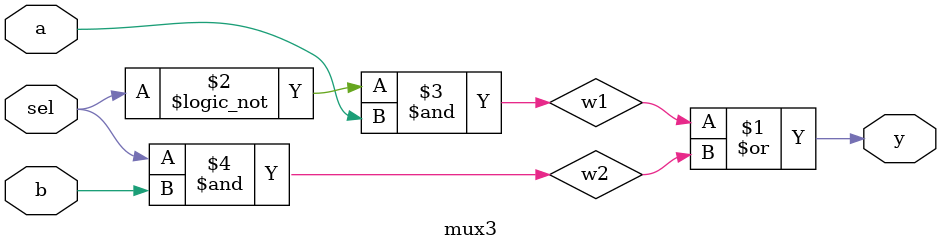
<source format=v>
module mux3 (a,b, sel, y);
input a,b,sel;
output y;

wire w1, w2;

or I1(y,w1,w2);
and I2(w1,!sel,a);
and I3(w2,sel, b);

endmodule
</source>
